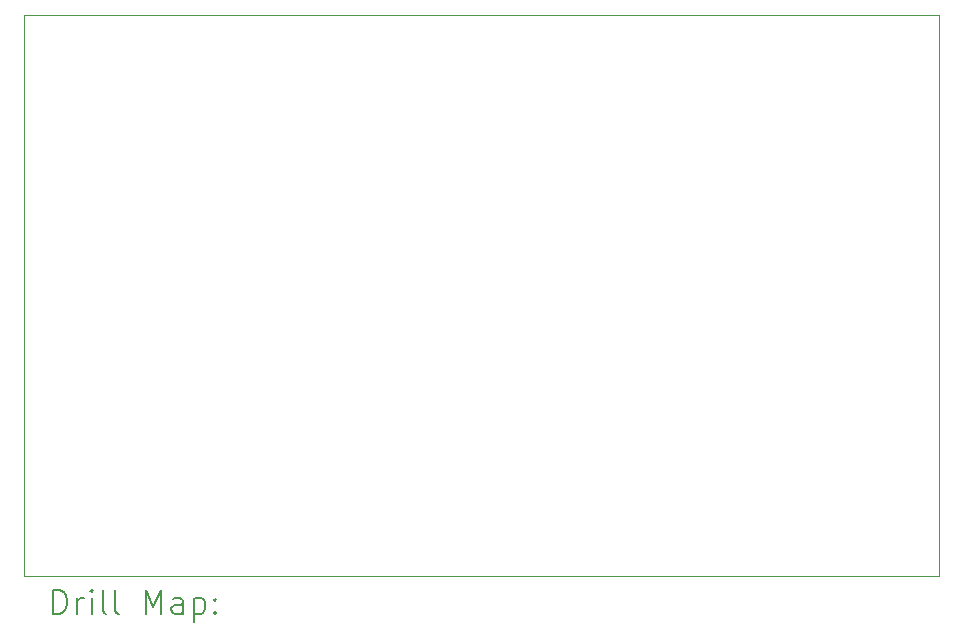
<source format=gbr>
%TF.GenerationSoftware,KiCad,Pcbnew,(6.0.9)*%
%TF.CreationDate,2022-12-04T20:54:06+08:00*%
%TF.ProjectId,kirdyShield,6b697264-7953-4686-9965-6c642e6b6963,rev?*%
%TF.SameCoordinates,Original*%
%TF.FileFunction,Drillmap*%
%TF.FilePolarity,Positive*%
%FSLAX45Y45*%
G04 Gerber Fmt 4.5, Leading zero omitted, Abs format (unit mm)*
G04 Created by KiCad (PCBNEW (6.0.9)) date 2022-12-04 20:54:06*
%MOMM*%
%LPD*%
G01*
G04 APERTURE LIST*
%ADD10C,0.100000*%
%ADD11C,0.200000*%
G04 APERTURE END LIST*
D10*
X6000000Y-10000000D02*
X6000000Y-14750000D01*
X13750000Y-14750000D02*
X13750000Y-10250000D01*
X13750000Y-10000000D02*
X6000000Y-10000000D01*
X6000000Y-14750000D02*
X13750000Y-14750000D01*
X13750000Y-10250000D02*
X13750000Y-10000000D01*
D11*
X6252619Y-15065476D02*
X6252619Y-14865476D01*
X6300238Y-14865476D01*
X6328809Y-14875000D01*
X6347857Y-14894048D01*
X6357381Y-14913095D01*
X6366905Y-14951190D01*
X6366905Y-14979762D01*
X6357381Y-15017857D01*
X6347857Y-15036905D01*
X6328809Y-15055952D01*
X6300238Y-15065476D01*
X6252619Y-15065476D01*
X6452619Y-15065476D02*
X6452619Y-14932143D01*
X6452619Y-14970238D02*
X6462143Y-14951190D01*
X6471667Y-14941667D01*
X6490714Y-14932143D01*
X6509762Y-14932143D01*
X6576428Y-15065476D02*
X6576428Y-14932143D01*
X6576428Y-14865476D02*
X6566905Y-14875000D01*
X6576428Y-14884524D01*
X6585952Y-14875000D01*
X6576428Y-14865476D01*
X6576428Y-14884524D01*
X6700238Y-15065476D02*
X6681190Y-15055952D01*
X6671667Y-15036905D01*
X6671667Y-14865476D01*
X6805000Y-15065476D02*
X6785952Y-15055952D01*
X6776428Y-15036905D01*
X6776428Y-14865476D01*
X7033571Y-15065476D02*
X7033571Y-14865476D01*
X7100238Y-15008333D01*
X7166905Y-14865476D01*
X7166905Y-15065476D01*
X7347857Y-15065476D02*
X7347857Y-14960714D01*
X7338333Y-14941667D01*
X7319286Y-14932143D01*
X7281190Y-14932143D01*
X7262143Y-14941667D01*
X7347857Y-15055952D02*
X7328809Y-15065476D01*
X7281190Y-15065476D01*
X7262143Y-15055952D01*
X7252619Y-15036905D01*
X7252619Y-15017857D01*
X7262143Y-14998809D01*
X7281190Y-14989286D01*
X7328809Y-14989286D01*
X7347857Y-14979762D01*
X7443095Y-14932143D02*
X7443095Y-15132143D01*
X7443095Y-14941667D02*
X7462143Y-14932143D01*
X7500238Y-14932143D01*
X7519286Y-14941667D01*
X7528809Y-14951190D01*
X7538333Y-14970238D01*
X7538333Y-15027381D01*
X7528809Y-15046428D01*
X7519286Y-15055952D01*
X7500238Y-15065476D01*
X7462143Y-15065476D01*
X7443095Y-15055952D01*
X7624048Y-15046428D02*
X7633571Y-15055952D01*
X7624048Y-15065476D01*
X7614524Y-15055952D01*
X7624048Y-15046428D01*
X7624048Y-15065476D01*
X7624048Y-14941667D02*
X7633571Y-14951190D01*
X7624048Y-14960714D01*
X7614524Y-14951190D01*
X7624048Y-14941667D01*
X7624048Y-14960714D01*
M02*

</source>
